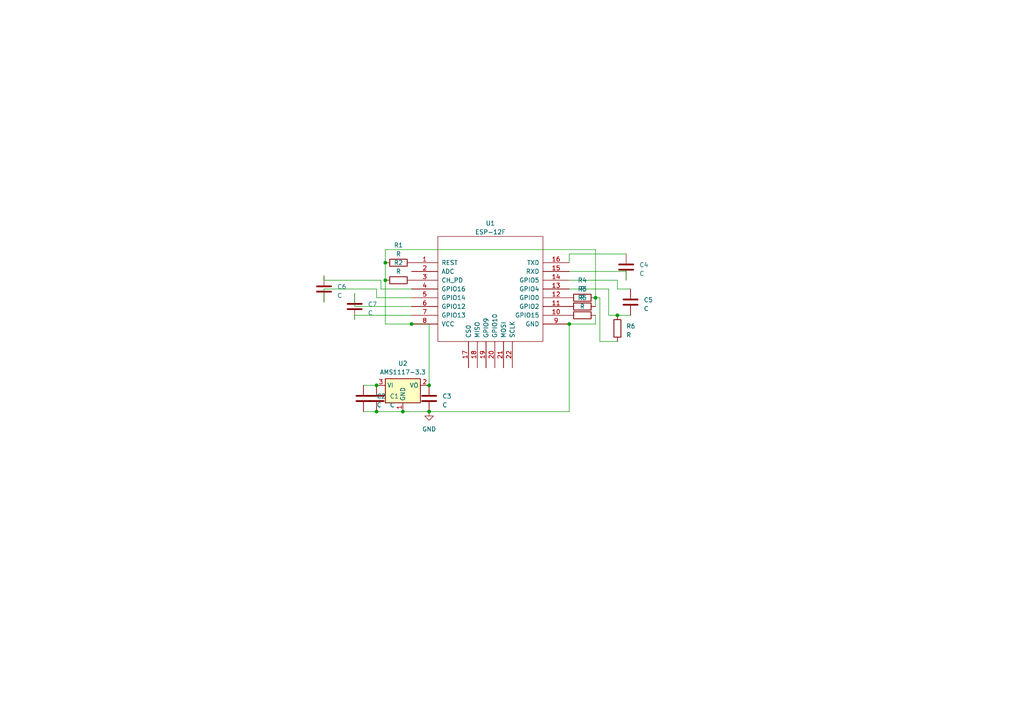
<source format=kicad_sch>
(kicad_sch (version 20230121) (generator eeschema)

  (uuid afb2d714-ead5-47c8-9ad6-1ac62c05b1c8)

  (paper "A4")

  (lib_symbols
    (symbol "Device:C" (pin_numbers hide) (pin_names (offset 0.254)) (in_bom yes) (on_board yes)
      (property "Reference" "C" (at 0.635 2.54 0)
        (effects (font (size 1.27 1.27)) (justify left))
      )
      (property "Value" "C" (at 0.635 -2.54 0)
        (effects (font (size 1.27 1.27)) (justify left))
      )
      (property "Footprint" "" (at 0.9652 -3.81 0)
        (effects (font (size 1.27 1.27)) hide)
      )
      (property "Datasheet" "~" (at 0 0 0)
        (effects (font (size 1.27 1.27)) hide)
      )
      (property "ki_keywords" "cap capacitor" (at 0 0 0)
        (effects (font (size 1.27 1.27)) hide)
      )
      (property "ki_description" "Unpolarized capacitor" (at 0 0 0)
        (effects (font (size 1.27 1.27)) hide)
      )
      (property "ki_fp_filters" "C_*" (at 0 0 0)
        (effects (font (size 1.27 1.27)) hide)
      )
      (symbol "C_0_1"
        (polyline
          (pts
            (xy -2.032 -0.762)
            (xy 2.032 -0.762)
          )
          (stroke (width 0.508) (type default))
          (fill (type none))
        )
        (polyline
          (pts
            (xy -2.032 0.762)
            (xy 2.032 0.762)
          )
          (stroke (width 0.508) (type default))
          (fill (type none))
        )
      )
      (symbol "C_1_1"
        (pin passive line (at 0 3.81 270) (length 2.794)
          (name "~" (effects (font (size 1.27 1.27))))
          (number "1" (effects (font (size 1.27 1.27))))
        )
        (pin passive line (at 0 -3.81 90) (length 2.794)
          (name "~" (effects (font (size 1.27 1.27))))
          (number "2" (effects (font (size 1.27 1.27))))
        )
      )
    )
    (symbol "Device:R" (pin_numbers hide) (pin_names (offset 0)) (in_bom yes) (on_board yes)
      (property "Reference" "R" (at 2.032 0 90)
        (effects (font (size 1.27 1.27)))
      )
      (property "Value" "R" (at 0 0 90)
        (effects (font (size 1.27 1.27)))
      )
      (property "Footprint" "" (at -1.778 0 90)
        (effects (font (size 1.27 1.27)) hide)
      )
      (property "Datasheet" "~" (at 0 0 0)
        (effects (font (size 1.27 1.27)) hide)
      )
      (property "ki_keywords" "R res resistor" (at 0 0 0)
        (effects (font (size 1.27 1.27)) hide)
      )
      (property "ki_description" "Resistor" (at 0 0 0)
        (effects (font (size 1.27 1.27)) hide)
      )
      (property "ki_fp_filters" "R_*" (at 0 0 0)
        (effects (font (size 1.27 1.27)) hide)
      )
      (symbol "R_0_1"
        (rectangle (start -1.016 -2.54) (end 1.016 2.54)
          (stroke (width 0.254) (type default))
          (fill (type none))
        )
      )
      (symbol "R_1_1"
        (pin passive line (at 0 3.81 270) (length 1.27)
          (name "~" (effects (font (size 1.27 1.27))))
          (number "1" (effects (font (size 1.27 1.27))))
        )
        (pin passive line (at 0 -3.81 90) (length 1.27)
          (name "~" (effects (font (size 1.27 1.27))))
          (number "2" (effects (font (size 1.27 1.27))))
        )
      )
    )
    (symbol "ESP8266:ESP-12F" (pin_names (offset 1.016)) (in_bom yes) (on_board yes)
      (property "Reference" "U" (at 0 -2.54 0)
        (effects (font (size 1.27 1.27)))
      )
      (property "Value" "ESP-12F" (at 0 2.54 0)
        (effects (font (size 1.27 1.27)))
      )
      (property "Footprint" "" (at 0 0 0)
        (effects (font (size 1.27 1.27)) hide)
      )
      (property "Datasheet" "http://l0l.org.uk/2014/12/esp8266-modules-hardware-guide-gotta-catch-em-all/" (at 0 0 0)
        (effects (font (size 1.27 1.27)) hide)
      )
      (property "ki_keywords" "MODULE ESP8266 ESP-8266" (at 0 0 0)
        (effects (font (size 1.27 1.27)) hide)
      )
      (property "ki_description" "ESP8266 ESP-12E module, 22 pins, 2mm, PCB antenna" (at 0 0 0)
        (effects (font (size 1.27 1.27)) hide)
      )
      (property "ki_fp_filters" "ESP-12E ESP-12E_SMD" (at 0 0 0)
        (effects (font (size 1.27 1.27)) hide)
      )
      (symbol "ESP-12F_1_0"
        (rectangle (start -15.24 -15.24) (end 15.24 15.24)
          (stroke (width 0) (type solid))
          (fill (type none))
        )
      )
      (symbol "ESP-12F_1_1"
        (pin input line (at -22.86 7.62 0) (length 7.62)
          (name "REST" (effects (font (size 1.27 1.27))))
          (number "1" (effects (font (size 1.27 1.27))))
        )
        (pin bidirectional line (at 22.86 -7.62 180) (length 7.62)
          (name "GPIO15" (effects (font (size 1.27 1.27))))
          (number "10" (effects (font (size 1.27 1.27))))
        )
        (pin bidirectional line (at 22.86 -5.08 180) (length 7.62)
          (name "GPIO2" (effects (font (size 1.27 1.27))))
          (number "11" (effects (font (size 1.27 1.27))))
        )
        (pin bidirectional line (at 22.86 -2.54 180) (length 7.62)
          (name "GPIO0" (effects (font (size 1.27 1.27))))
          (number "12" (effects (font (size 1.27 1.27))))
        )
        (pin bidirectional line (at 22.86 0 180) (length 7.62)
          (name "GPIO4" (effects (font (size 1.27 1.27))))
          (number "13" (effects (font (size 1.27 1.27))))
        )
        (pin bidirectional line (at 22.86 2.54 180) (length 7.62)
          (name "GPIO5" (effects (font (size 1.27 1.27))))
          (number "14" (effects (font (size 1.27 1.27))))
        )
        (pin input line (at 22.86 5.08 180) (length 7.62)
          (name "RXD" (effects (font (size 1.27 1.27))))
          (number "15" (effects (font (size 1.27 1.27))))
        )
        (pin output line (at 22.86 7.62 180) (length 7.62)
          (name "TXD" (effects (font (size 1.27 1.27))))
          (number "16" (effects (font (size 1.27 1.27))))
        )
        (pin bidirectional line (at -6.35 -22.86 90) (length 7.62)
          (name "CS0" (effects (font (size 1.27 1.27))))
          (number "17" (effects (font (size 1.27 1.27))))
        )
        (pin bidirectional line (at -3.81 -22.86 90) (length 7.62)
          (name "MISO" (effects (font (size 1.27 1.27))))
          (number "18" (effects (font (size 1.27 1.27))))
        )
        (pin bidirectional line (at -1.27 -22.86 90) (length 7.62)
          (name "GPIO9" (effects (font (size 1.27 1.27))))
          (number "19" (effects (font (size 1.27 1.27))))
        )
        (pin passive line (at -22.86 5.08 0) (length 7.62)
          (name "ADC" (effects (font (size 1.27 1.27))))
          (number "2" (effects (font (size 1.27 1.27))))
        )
        (pin bidirectional line (at 1.27 -22.86 90) (length 7.62)
          (name "GPIO10" (effects (font (size 1.27 1.27))))
          (number "20" (effects (font (size 1.27 1.27))))
        )
        (pin bidirectional line (at 3.81 -22.86 90) (length 7.62)
          (name "MOSI" (effects (font (size 1.27 1.27))))
          (number "21" (effects (font (size 1.27 1.27))))
        )
        (pin bidirectional line (at 6.35 -22.86 90) (length 7.62)
          (name "SCLK" (effects (font (size 1.27 1.27))))
          (number "22" (effects (font (size 1.27 1.27))))
        )
        (pin input line (at -22.86 2.54 0) (length 7.62)
          (name "CH_PD" (effects (font (size 1.27 1.27))))
          (number "3" (effects (font (size 1.27 1.27))))
        )
        (pin bidirectional line (at -22.86 0 0) (length 7.62)
          (name "GPIO16" (effects (font (size 1.27 1.27))))
          (number "4" (effects (font (size 1.27 1.27))))
        )
        (pin bidirectional line (at -22.86 -2.54 0) (length 7.62)
          (name "GPIO14" (effects (font (size 1.27 1.27))))
          (number "5" (effects (font (size 1.27 1.27))))
        )
        (pin bidirectional line (at -22.86 -5.08 0) (length 7.62)
          (name "GPIO12" (effects (font (size 1.27 1.27))))
          (number "6" (effects (font (size 1.27 1.27))))
        )
        (pin bidirectional line (at -22.86 -7.62 0) (length 7.62)
          (name "GPIO13" (effects (font (size 1.27 1.27))))
          (number "7" (effects (font (size 1.27 1.27))))
        )
        (pin power_in line (at -22.86 -10.16 0) (length 7.62)
          (name "VCC" (effects (font (size 1.27 1.27))))
          (number "8" (effects (font (size 1.27 1.27))))
        )
        (pin power_in line (at 22.86 -10.16 180) (length 7.62)
          (name "GND" (effects (font (size 1.27 1.27))))
          (number "9" (effects (font (size 1.27 1.27))))
        )
      )
    )
    (symbol "Regulator_Linear:AMS1117-3.3" (in_bom yes) (on_board yes)
      (property "Reference" "U" (at -3.81 3.175 0)
        (effects (font (size 1.27 1.27)))
      )
      (property "Value" "AMS1117-3.3" (at 0 3.175 0)
        (effects (font (size 1.27 1.27)) (justify left))
      )
      (property "Footprint" "Package_TO_SOT_SMD:SOT-223-3_TabPin2" (at 0 5.08 0)
        (effects (font (size 1.27 1.27)) hide)
      )
      (property "Datasheet" "http://www.advanced-monolithic.com/pdf/ds1117.pdf" (at 2.54 -6.35 0)
        (effects (font (size 1.27 1.27)) hide)
      )
      (property "ki_keywords" "linear regulator ldo fixed positive" (at 0 0 0)
        (effects (font (size 1.27 1.27)) hide)
      )
      (property "ki_description" "1A Low Dropout regulator, positive, 3.3V fixed output, SOT-223" (at 0 0 0)
        (effects (font (size 1.27 1.27)) hide)
      )
      (property "ki_fp_filters" "SOT?223*TabPin2*" (at 0 0 0)
        (effects (font (size 1.27 1.27)) hide)
      )
      (symbol "AMS1117-3.3_0_1"
        (rectangle (start -5.08 -5.08) (end 5.08 1.905)
          (stroke (width 0.254) (type default))
          (fill (type background))
        )
      )
      (symbol "AMS1117-3.3_1_1"
        (pin power_in line (at 0 -7.62 90) (length 2.54)
          (name "GND" (effects (font (size 1.27 1.27))))
          (number "1" (effects (font (size 1.27 1.27))))
        )
        (pin power_out line (at 7.62 0 180) (length 2.54)
          (name "VO" (effects (font (size 1.27 1.27))))
          (number "2" (effects (font (size 1.27 1.27))))
        )
        (pin power_in line (at -7.62 0 0) (length 2.54)
          (name "VI" (effects (font (size 1.27 1.27))))
          (number "3" (effects (font (size 1.27 1.27))))
        )
      )
    )
    (symbol "power:GND" (power) (pin_names (offset 0)) (in_bom yes) (on_board yes)
      (property "Reference" "#PWR" (at 0 -6.35 0)
        (effects (font (size 1.27 1.27)) hide)
      )
      (property "Value" "GND" (at 0 -3.81 0)
        (effects (font (size 1.27 1.27)))
      )
      (property "Footprint" "" (at 0 0 0)
        (effects (font (size 1.27 1.27)) hide)
      )
      (property "Datasheet" "" (at 0 0 0)
        (effects (font (size 1.27 1.27)) hide)
      )
      (property "ki_keywords" "global power" (at 0 0 0)
        (effects (font (size 1.27 1.27)) hide)
      )
      (property "ki_description" "Power symbol creates a global label with name \"GND\" , ground" (at 0 0 0)
        (effects (font (size 1.27 1.27)) hide)
      )
      (symbol "GND_0_1"
        (polyline
          (pts
            (xy 0 0)
            (xy 0 -1.27)
            (xy 1.27 -1.27)
            (xy 0 -2.54)
            (xy -1.27 -1.27)
            (xy 0 -1.27)
          )
          (stroke (width 0) (type default))
          (fill (type none))
        )
      )
      (symbol "GND_1_1"
        (pin power_in line (at 0 0 270) (length 0) hide
          (name "GND" (effects (font (size 1.27 1.27))))
          (number "1" (effects (font (size 1.27 1.27))))
        )
      )
    )
  )

  (junction (at 111.76 81.28) (diameter 0) (color 0 0 0 0)
    (uuid 01f4ca96-ffae-401c-b5b8-e40899660a3a)
  )
  (junction (at 179.07 91.44) (diameter 0) (color 0 0 0 0)
    (uuid 0769d7ad-2f1e-4f7d-aee4-3169b1027ac6)
  )
  (junction (at 124.46 119.38) (diameter 0) (color 0 0 0 0)
    (uuid 2fa3a7d9-66cb-4f07-83b0-6b7a35355b9f)
  )
  (junction (at 165.1 93.98) (diameter 0) (color 0 0 0 0)
    (uuid 3088bcf8-d234-48d3-abbf-97081952d49a)
  )
  (junction (at 111.76 76.2) (diameter 0) (color 0 0 0 0)
    (uuid 35a2caed-017e-4137-bb5b-64ea0e2cbc3b)
  )
  (junction (at 124.46 111.76) (diameter 0) (color 0 0 0 0)
    (uuid 7c6c969e-fd8e-4901-88e7-74328d434ec2)
  )
  (junction (at 172.72 86.36) (diameter 0) (color 0 0 0 0)
    (uuid aefb44db-9a0d-44d6-bf42-e55853e41e9e)
  )
  (junction (at 109.22 111.76) (diameter 0) (color 0 0 0 0)
    (uuid de71b30e-c734-44c8-89d0-e977fe015ff8)
  )
  (junction (at 116.84 119.38) (diameter 0) (color 0 0 0 0)
    (uuid df3f040b-c128-4519-abb3-5e3526939e83)
  )
  (junction (at 109.22 119.38) (diameter 0) (color 0 0 0 0)
    (uuid fb5fcf01-3841-42ac-9779-080d311c7f70)
  )
  (junction (at 119.38 93.98) (diameter 0) (color 0 0 0 0)
    (uuid fd77d3ba-2677-44e1-b8dd-9723cfd791f9)
  )

  (wire (pts (xy 111.76 72.39) (xy 111.76 76.2))
    (stroke (width 0) (type default))
    (uuid 008cb97f-f553-4561-a2df-1c3aadcb9c00)
  )
  (wire (pts (xy 119.38 83.82) (xy 110.49 83.82))
    (stroke (width 0) (type default))
    (uuid 053d698a-5744-4303-8e62-8af056ed23d4)
  )
  (wire (pts (xy 179.07 91.44) (xy 176.53 91.44))
    (stroke (width 0) (type default))
    (uuid 25ae6ebd-ae4d-488a-a04e-4e0156d55a9b)
  )
  (wire (pts (xy 181.61 78.74) (xy 181.61 81.28))
    (stroke (width 0) (type default))
    (uuid 272daa2a-3f3e-4db1-8907-d358c9e53ca8)
  )
  (wire (pts (xy 110.49 83.82) (xy 110.49 81.28))
    (stroke (width 0) (type default))
    (uuid 2acd33dd-dea3-405c-8428-62f38c93ecd9)
  )
  (wire (pts (xy 119.38 93.98) (xy 111.76 93.98))
    (stroke (width 0) (type default))
    (uuid 2d6a2d62-5f28-42a1-ad59-002031249bb5)
  )
  (wire (pts (xy 111.76 76.2) (xy 111.76 81.28))
    (stroke (width 0) (type default))
    (uuid 2e7cadaf-278e-470b-b93d-5721887c0be9)
  )
  (wire (pts (xy 124.46 111.76) (xy 124.46 93.98))
    (stroke (width 0) (type default))
    (uuid 3dfe3b4a-0425-4a41-b071-dbffeace6175)
  )
  (wire (pts (xy 172.72 91.44) (xy 172.72 93.98))
    (stroke (width 0) (type default))
    (uuid 4a05aefb-386c-4f85-bc4c-8831ddb4b8e9)
  )
  (wire (pts (xy 179.07 83.82) (xy 179.07 81.28))
    (stroke (width 0) (type default))
    (uuid 4c67b9f8-ef60-4c74-be98-27396f582050)
  )
  (wire (pts (xy 109.22 83.82) (xy 93.98 83.82))
    (stroke (width 0) (type default))
    (uuid 527f8155-a21a-479c-a061-1a051b2da19e)
  )
  (wire (pts (xy 119.38 86.36) (xy 109.22 86.36))
    (stroke (width 0) (type default))
    (uuid 538b03ba-72dc-45cd-8156-521faddd54e3)
  )
  (wire (pts (xy 102.87 91.44) (xy 102.87 92.71))
    (stroke (width 0) (type default))
    (uuid 56e7d98a-9b2a-4193-b209-aaad45828b52)
  )
  (wire (pts (xy 181.61 73.66) (xy 165.1 73.66))
    (stroke (width 0) (type default))
    (uuid 63398a9c-16bc-41c0-ab8a-7afecffb974c)
  )
  (wire (pts (xy 176.53 91.44) (xy 176.53 83.82))
    (stroke (width 0) (type default))
    (uuid 66c41c58-3bdd-4b69-ae7e-bdc48a3a1383)
  )
  (wire (pts (xy 119.38 91.44) (xy 102.87 91.44))
    (stroke (width 0) (type default))
    (uuid 6719b74b-b1d1-486b-957c-6bf6856bbb39)
  )
  (wire (pts (xy 124.46 93.98) (xy 119.38 93.98))
    (stroke (width 0) (type default))
    (uuid 685ca97a-fe11-4171-af56-baa40ea1ffca)
  )
  (wire (pts (xy 165.1 93.98) (xy 165.1 119.38))
    (stroke (width 0) (type default))
    (uuid 697ceb80-1aef-4471-b4ea-dd4ace593a30)
  )
  (wire (pts (xy 172.72 86.36) (xy 172.72 88.9))
    (stroke (width 0) (type default))
    (uuid 69c9fb33-e866-4c1e-a0b7-c2a51145e429)
  )
  (wire (pts (xy 119.38 88.9) (xy 102.87 88.9))
    (stroke (width 0) (type default))
    (uuid 6b661e79-9cbc-46d9-8593-2a7e105bae28)
  )
  (wire (pts (xy 109.22 86.36) (xy 109.22 83.82))
    (stroke (width 0) (type default))
    (uuid 71bd6484-e231-4d7d-acd7-f39a18cf7817)
  )
  (wire (pts (xy 176.53 83.82) (xy 165.1 83.82))
    (stroke (width 0) (type default))
    (uuid 78cfffaf-64ac-4f97-81a4-ca7d36459864)
  )
  (wire (pts (xy 105.41 111.76) (xy 109.22 111.76))
    (stroke (width 0) (type default))
    (uuid 7f613a9b-fecf-4ec6-9dd8-33e527f26e38)
  )
  (wire (pts (xy 93.98 81.28) (xy 93.98 80.01))
    (stroke (width 0) (type default))
    (uuid 7fc35bbc-a63d-4ff3-9ad4-15cbec8176fe)
  )
  (wire (pts (xy 179.07 99.06) (xy 173.99 99.06))
    (stroke (width 0) (type default))
    (uuid 85dbfc06-2068-45f5-b8bf-17e54a4037b3)
  )
  (wire (pts (xy 102.87 88.9) (xy 102.87 85.09))
    (stroke (width 0) (type default))
    (uuid 8f02c50b-e9a9-4f71-b80b-522e7cb93186)
  )
  (wire (pts (xy 182.88 83.82) (xy 179.07 83.82))
    (stroke (width 0) (type default))
    (uuid 8fafd4ed-8674-4473-8622-3158783af944)
  )
  (wire (pts (xy 105.41 119.38) (xy 109.22 119.38))
    (stroke (width 0) (type default))
    (uuid 94171db6-8f90-4303-842b-17c29e0483a3)
  )
  (wire (pts (xy 93.98 83.82) (xy 93.98 87.63))
    (stroke (width 0) (type default))
    (uuid 955f1212-aa85-4958-b64b-e43573811025)
  )
  (wire (pts (xy 111.76 93.98) (xy 111.76 81.28))
    (stroke (width 0) (type default))
    (uuid b193e476-4ea3-4e34-bb4d-4b8c0ad29b2a)
  )
  (wire (pts (xy 173.99 86.36) (xy 172.72 86.36))
    (stroke (width 0) (type default))
    (uuid b3566b3d-7ff2-4746-8dab-454185e38fcb)
  )
  (wire (pts (xy 109.22 119.38) (xy 116.84 119.38))
    (stroke (width 0) (type default))
    (uuid b4871734-3fb7-476b-ae89-add53b6c52f3)
  )
  (wire (pts (xy 182.88 91.44) (xy 179.07 91.44))
    (stroke (width 0) (type default))
    (uuid b818b504-7214-481d-96c3-b981b1295c6e)
  )
  (wire (pts (xy 165.1 78.74) (xy 181.61 78.74))
    (stroke (width 0) (type default))
    (uuid bb869443-1b51-4b75-9ebe-b4206032638f)
  )
  (wire (pts (xy 172.72 72.39) (xy 111.76 72.39))
    (stroke (width 0) (type default))
    (uuid c6030321-b6e5-487e-a7c5-2432a2118627)
  )
  (wire (pts (xy 172.72 86.36) (xy 172.72 72.39))
    (stroke (width 0) (type default))
    (uuid cc753fea-9ce7-495e-a86b-aa1b2de305da)
  )
  (wire (pts (xy 179.07 81.28) (xy 165.1 81.28))
    (stroke (width 0) (type default))
    (uuid d96317f6-0f62-4143-9a68-cf6108a8fefd)
  )
  (wire (pts (xy 165.1 119.38) (xy 124.46 119.38))
    (stroke (width 0) (type default))
    (uuid dc0ac09e-b68d-428d-ad72-7d569ad4aaa7)
  )
  (wire (pts (xy 165.1 73.66) (xy 165.1 76.2))
    (stroke (width 0) (type default))
    (uuid e2dba425-7dd4-4364-b29f-610cecab6c05)
  )
  (wire (pts (xy 172.72 93.98) (xy 165.1 93.98))
    (stroke (width 0) (type default))
    (uuid e3019461-d71d-48ad-971c-06f5606a2027)
  )
  (wire (pts (xy 110.49 81.28) (xy 93.98 81.28))
    (stroke (width 0) (type default))
    (uuid ebe42d95-1806-4196-829b-e3d19bf1d77b)
  )
  (wire (pts (xy 124.46 119.38) (xy 116.84 119.38))
    (stroke (width 0) (type default))
    (uuid ee8054c1-b740-429d-83ab-19376f8601f1)
  )
  (wire (pts (xy 173.99 99.06) (xy 173.99 86.36))
    (stroke (width 0) (type default))
    (uuid fbc2564f-0539-4649-8a2d-8e92a3666c7d)
  )

  (symbol (lib_id "Device:C") (at 102.87 88.9 0) (unit 1)
    (in_bom yes) (on_board yes) (dnp no) (fields_autoplaced)
    (uuid 0634aec6-567a-459f-9483-16ea38be1441)
    (property "Reference" "C7" (at 106.68 88.265 0)
      (effects (font (size 1.27 1.27)) (justify left))
    )
    (property "Value" "C" (at 106.68 90.805 0)
      (effects (font (size 1.27 1.27)) (justify left))
    )
    (property "Footprint" "Capacitor_SMD:C_1206_3216Metric_Pad1.33x1.80mm_HandSolder" (at 103.8352 92.71 0)
      (effects (font (size 1.27 1.27)) hide)
    )
    (property "Datasheet" "~" (at 102.87 88.9 0)
      (effects (font (size 1.27 1.27)) hide)
    )
    (pin "1" (uuid 2696b966-48d5-4023-89ea-526b59400bf2))
    (pin "2" (uuid f24314a6-826a-4cc6-9bc4-300043e1ff8e))
    (instances
      (project "matt"
        (path "/afb2d714-ead5-47c8-9ad6-1ac62c05b1c8"
          (reference "C7") (unit 1)
        )
      )
    )
  )

  (symbol (lib_id "Device:C") (at 105.41 115.57 0) (unit 1)
    (in_bom yes) (on_board yes) (dnp no) (fields_autoplaced)
    (uuid 404e0923-45c8-4e1c-8674-0d004f407581)
    (property "Reference" "C2" (at 109.22 114.935 0)
      (effects (font (size 1.27 1.27)) (justify left))
    )
    (property "Value" "C" (at 109.22 117.475 0)
      (effects (font (size 1.27 1.27)) (justify left))
    )
    (property "Footprint" "Capacitor_SMD:C_1206_3216Metric_Pad1.33x1.80mm_HandSolder" (at 106.3752 119.38 0)
      (effects (font (size 1.27 1.27)) hide)
    )
    (property "Datasheet" "~" (at 105.41 115.57 0)
      (effects (font (size 1.27 1.27)) hide)
    )
    (pin "1" (uuid c10070e6-994c-4398-be61-0cf926af0fe5))
    (pin "2" (uuid 6c36c9cc-af68-4d85-a25b-f0d7017ebdad))
    (instances
      (project "matt"
        (path "/afb2d714-ead5-47c8-9ad6-1ac62c05b1c8"
          (reference "C2") (unit 1)
        )
      )
    )
  )

  (symbol (lib_id "ESP8266:ESP-12F") (at 142.24 83.82 0) (unit 1)
    (in_bom yes) (on_board yes) (dnp no) (fields_autoplaced)
    (uuid 5a243f77-52e3-44dd-8f02-b9aebfbe4f86)
    (property "Reference" "U1" (at 142.24 64.77 0)
      (effects (font (size 1.27 1.27)))
    )
    (property "Value" "ESP-12F" (at 142.24 67.31 0)
      (effects (font (size 1.27 1.27)))
    )
    (property "Footprint" "ESP8266:ESP-12E_SMD" (at 142.24 83.82 0)
      (effects (font (size 1.27 1.27)) hide)
    )
    (property "Datasheet" "http://l0l.org.uk/2014/12/esp8266-modules-hardware-guide-gotta-catch-em-all/" (at 142.24 83.82 0)
      (effects (font (size 1.27 1.27)) hide)
    )
    (pin "1" (uuid 8372f1c9-2bfc-4aa6-a9d5-a6ed478a2138))
    (pin "10" (uuid 611931c4-cb8d-4331-89f1-844f978542a9))
    (pin "11" (uuid 905fc8f6-2257-4112-855f-004e5075b990))
    (pin "12" (uuid bb17c2e9-9107-4f90-b770-56a825b84f43))
    (pin "13" (uuid 0c57cbee-d077-4a33-92ac-8bb577d3a0c0))
    (pin "14" (uuid a8dc3761-5e0a-49eb-975c-d2ea881e419c))
    (pin "15" (uuid fcd78249-0bcf-465e-b085-9d5274e840fe))
    (pin "16" (uuid 90826b94-5d1f-4b47-96da-48b768a91199))
    (pin "17" (uuid 54153fe7-a6e7-4a2a-9bb2-09018a250f0f))
    (pin "18" (uuid 331fd515-57b1-4e1a-a6d9-c40e54a45b51))
    (pin "19" (uuid e08c6859-73d6-43b2-881c-dd9bb8de30ae))
    (pin "2" (uuid 7071a925-4bf5-4ddf-bfd3-5d1d56674e61))
    (pin "20" (uuid a7805b07-1508-4fd9-89b8-2aa5e57286f1))
    (pin "21" (uuid 4eba7a1e-50bb-4315-a7b0-024b217b31d5))
    (pin "22" (uuid 24a03124-37bd-4602-8506-33b520a36c91))
    (pin "3" (uuid 1f859727-8ae5-49da-8fc5-dd2460e6d7ef))
    (pin "4" (uuid 6e606bba-9e23-4a9e-b3fc-64a80f1791b4))
    (pin "5" (uuid 06f4648b-55c8-4d7b-9da6-9717e39ca2ce))
    (pin "6" (uuid 0e438a9d-c0f8-4e78-97d2-1d86eec9295a))
    (pin "7" (uuid 8e1e68e2-4057-413c-9b93-2dbd5cdd3f4b))
    (pin "8" (uuid f775df3a-d3fb-4cd2-a227-cb87f2801789))
    (pin "9" (uuid 33e12390-4a71-4036-a6cd-e8d1f31082f9))
    (instances
      (project "matt"
        (path "/afb2d714-ead5-47c8-9ad6-1ac62c05b1c8"
          (reference "U1") (unit 1)
        )
      )
    )
  )

  (symbol (lib_id "Device:C") (at 93.98 83.82 0) (unit 1)
    (in_bom yes) (on_board yes) (dnp no) (fields_autoplaced)
    (uuid 74614d33-f8a7-40ec-a7d7-efb2e821023f)
    (property "Reference" "C6" (at 97.79 83.185 0)
      (effects (font (size 1.27 1.27)) (justify left))
    )
    (property "Value" "C" (at 97.79 85.725 0)
      (effects (font (size 1.27 1.27)) (justify left))
    )
    (property "Footprint" "Capacitor_SMD:C_1206_3216Metric_Pad1.33x1.80mm_HandSolder" (at 94.9452 87.63 0)
      (effects (font (size 1.27 1.27)) hide)
    )
    (property "Datasheet" "~" (at 93.98 83.82 0)
      (effects (font (size 1.27 1.27)) hide)
    )
    (pin "1" (uuid 437e9b42-7b2b-4f4e-b26e-4b5a7d62bd8e))
    (pin "2" (uuid d184ae6f-2e84-465f-b0c2-7a40498d2c52))
    (instances
      (project "matt"
        (path "/afb2d714-ead5-47c8-9ad6-1ac62c05b1c8"
          (reference "C6") (unit 1)
        )
      )
    )
  )

  (symbol (lib_id "Device:R") (at 168.91 88.9 90) (unit 1)
    (in_bom yes) (on_board yes) (dnp no) (fields_autoplaced)
    (uuid 7d309ed5-c0c0-4f5d-b44a-ceb6452da7df)
    (property "Reference" "R3" (at 168.91 83.82 90)
      (effects (font (size 1.27 1.27)))
    )
    (property "Value" "R" (at 168.91 86.36 90)
      (effects (font (size 1.27 1.27)))
    )
    (property "Footprint" "Resistor_SMD:R_0805_2012Metric_Pad1.20x1.40mm_HandSolder" (at 168.91 90.678 90)
      (effects (font (size 1.27 1.27)) hide)
    )
    (property "Datasheet" "~" (at 168.91 88.9 0)
      (effects (font (size 1.27 1.27)) hide)
    )
    (pin "1" (uuid 1d10159c-955f-41fe-a762-30978c86f5a3))
    (pin "2" (uuid 2f144dc2-eb21-4e51-9874-417b0777c384))
    (instances
      (project "matt"
        (path "/afb2d714-ead5-47c8-9ad6-1ac62c05b1c8"
          (reference "R3") (unit 1)
        )
      )
    )
  )

  (symbol (lib_id "Regulator_Linear:AMS1117-3.3") (at 116.84 111.76 0) (unit 1)
    (in_bom yes) (on_board yes) (dnp no) (fields_autoplaced)
    (uuid 7f7f78b0-7ea3-4392-a72b-f5b42a0c2682)
    (property "Reference" "U2" (at 116.84 105.41 0)
      (effects (font (size 1.27 1.27)))
    )
    (property "Value" "AMS1117-3.3" (at 116.84 107.95 0)
      (effects (font (size 1.27 1.27)))
    )
    (property "Footprint" "Package_TO_SOT_SMD:SOT-223-3_TabPin2" (at 116.84 106.68 0)
      (effects (font (size 1.27 1.27)) hide)
    )
    (property "Datasheet" "http://www.advanced-monolithic.com/pdf/ds1117.pdf" (at 119.38 118.11 0)
      (effects (font (size 1.27 1.27)) hide)
    )
    (pin "1" (uuid 8da9e976-4f58-4b83-9019-67beef42b82f))
    (pin "2" (uuid 39430f67-7ee1-46b8-bc3e-741ea904c5fb))
    (pin "3" (uuid cf90ae93-6496-4160-b360-3eab5cf1ad1e))
    (instances
      (project "matt"
        (path "/afb2d714-ead5-47c8-9ad6-1ac62c05b1c8"
          (reference "U2") (unit 1)
        )
      )
    )
  )

  (symbol (lib_id "Device:R") (at 179.07 95.25 180) (unit 1)
    (in_bom yes) (on_board yes) (dnp no) (fields_autoplaced)
    (uuid 8276028c-e0c2-49b2-9ebb-6a96614d372f)
    (property "Reference" "R6" (at 181.61 94.615 0)
      (effects (font (size 1.27 1.27)) (justify right))
    )
    (property "Value" "R" (at 181.61 97.155 0)
      (effects (font (size 1.27 1.27)) (justify right))
    )
    (property "Footprint" "Resistor_SMD:R_0805_2012Metric_Pad1.20x1.40mm_HandSolder" (at 180.848 95.25 90)
      (effects (font (size 1.27 1.27)) hide)
    )
    (property "Datasheet" "~" (at 179.07 95.25 0)
      (effects (font (size 1.27 1.27)) hide)
    )
    (pin "1" (uuid 8269c238-bf46-4b85-a8a0-55691d57b65a))
    (pin "2" (uuid 2879cb9f-b860-41fa-9758-acc50d8b60fb))
    (instances
      (project "matt"
        (path "/afb2d714-ead5-47c8-9ad6-1ac62c05b1c8"
          (reference "R6") (unit 1)
        )
      )
    )
  )

  (symbol (lib_id "Device:C") (at 109.22 115.57 0) (unit 1)
    (in_bom yes) (on_board yes) (dnp no) (fields_autoplaced)
    (uuid aed41565-e888-47c3-a3ff-ddf7190c0118)
    (property "Reference" "C1" (at 113.03 114.935 0)
      (effects (font (size 1.27 1.27)) (justify left))
    )
    (property "Value" "C" (at 113.03 117.475 0)
      (effects (font (size 1.27 1.27)) (justify left))
    )
    (property "Footprint" "Capacitor_SMD:C_1206_3216Metric_Pad1.33x1.80mm_HandSolder" (at 110.1852 119.38 0)
      (effects (font (size 1.27 1.27)) hide)
    )
    (property "Datasheet" "~" (at 109.22 115.57 0)
      (effects (font (size 1.27 1.27)) hide)
    )
    (pin "1" (uuid fb79a4df-23f9-483a-ba3a-48bf31f70575))
    (pin "2" (uuid 57ba31b2-d180-4e5b-b3d3-c8d66cba6dec))
    (instances
      (project "matt"
        (path "/afb2d714-ead5-47c8-9ad6-1ac62c05b1c8"
          (reference "C1") (unit 1)
        )
      )
    )
  )

  (symbol (lib_id "Device:R") (at 168.91 86.36 90) (unit 1)
    (in_bom yes) (on_board yes) (dnp no) (fields_autoplaced)
    (uuid b516ca90-9036-494b-88b5-aa4a0d9b3051)
    (property "Reference" "R4" (at 168.91 81.28 90)
      (effects (font (size 1.27 1.27)))
    )
    (property "Value" "R" (at 168.91 83.82 90)
      (effects (font (size 1.27 1.27)))
    )
    (property "Footprint" "Resistor_SMD:R_0805_2012Metric_Pad1.20x1.40mm_HandSolder" (at 168.91 88.138 90)
      (effects (font (size 1.27 1.27)) hide)
    )
    (property "Datasheet" "~" (at 168.91 86.36 0)
      (effects (font (size 1.27 1.27)) hide)
    )
    (pin "1" (uuid 8f2fed29-1cdc-4880-b4d5-aafb2c806b4b))
    (pin "2" (uuid f7fcfd02-ffa3-44cf-b7d5-cad58a0e44b6))
    (instances
      (project "matt"
        (path "/afb2d714-ead5-47c8-9ad6-1ac62c05b1c8"
          (reference "R4") (unit 1)
        )
      )
    )
  )

  (symbol (lib_id "power:GND") (at 124.46 119.38 0) (unit 1)
    (in_bom yes) (on_board yes) (dnp no) (fields_autoplaced)
    (uuid b9ac8e0f-0573-48bf-82e9-3c4e0abca744)
    (property "Reference" "#PWR01" (at 124.46 125.73 0)
      (effects (font (size 1.27 1.27)) hide)
    )
    (property "Value" "GND" (at 124.46 124.46 0)
      (effects (font (size 1.27 1.27)))
    )
    (property "Footprint" "" (at 124.46 119.38 0)
      (effects (font (size 1.27 1.27)) hide)
    )
    (property "Datasheet" "" (at 124.46 119.38 0)
      (effects (font (size 1.27 1.27)) hide)
    )
    (pin "1" (uuid a43c3c72-ab47-41d1-a9d3-9c565854530b))
    (instances
      (project "matt"
        (path "/afb2d714-ead5-47c8-9ad6-1ac62c05b1c8"
          (reference "#PWR01") (unit 1)
        )
      )
    )
  )

  (symbol (lib_id "Device:R") (at 168.91 91.44 90) (unit 1)
    (in_bom yes) (on_board yes) (dnp no) (fields_autoplaced)
    (uuid bb9f9387-de15-4730-8220-ef55c654dd66)
    (property "Reference" "R5" (at 168.91 86.36 90)
      (effects (font (size 1.27 1.27)))
    )
    (property "Value" "R" (at 168.91 88.9 90)
      (effects (font (size 1.27 1.27)))
    )
    (property "Footprint" "Resistor_SMD:R_0805_2012Metric_Pad1.20x1.40mm_HandSolder" (at 168.91 93.218 90)
      (effects (font (size 1.27 1.27)) hide)
    )
    (property "Datasheet" "~" (at 168.91 91.44 0)
      (effects (font (size 1.27 1.27)) hide)
    )
    (pin "1" (uuid 9d196e8c-3f48-460c-b370-771c572d5b4f))
    (pin "2" (uuid c6b8d721-3584-4c83-9c6e-87b902c7012d))
    (instances
      (project "matt"
        (path "/afb2d714-ead5-47c8-9ad6-1ac62c05b1c8"
          (reference "R5") (unit 1)
        )
      )
    )
  )

  (symbol (lib_id "Device:C") (at 181.61 77.47 0) (unit 1)
    (in_bom yes) (on_board yes) (dnp no) (fields_autoplaced)
    (uuid bec2e7c6-b82d-44f8-935e-41098860a4e8)
    (property "Reference" "C4" (at 185.42 76.835 0)
      (effects (font (size 1.27 1.27)) (justify left))
    )
    (property "Value" "C" (at 185.42 79.375 0)
      (effects (font (size 1.27 1.27)) (justify left))
    )
    (property "Footprint" "Capacitor_SMD:C_1206_3216Metric_Pad1.33x1.80mm_HandSolder" (at 182.5752 81.28 0)
      (effects (font (size 1.27 1.27)) hide)
    )
    (property "Datasheet" "~" (at 181.61 77.47 0)
      (effects (font (size 1.27 1.27)) hide)
    )
    (pin "1" (uuid 32f023e9-6833-4dbc-98f2-e25cc2edd2a4))
    (pin "2" (uuid 2babf945-00af-4b26-87e8-f8b6b77de8f1))
    (instances
      (project "matt"
        (path "/afb2d714-ead5-47c8-9ad6-1ac62c05b1c8"
          (reference "C4") (unit 1)
        )
      )
    )
  )

  (symbol (lib_id "Device:R") (at 115.57 81.28 90) (unit 1)
    (in_bom yes) (on_board yes) (dnp no) (fields_autoplaced)
    (uuid c22c8c74-92b4-40d8-b218-1fbb570145b2)
    (property "Reference" "R2" (at 115.57 76.2 90)
      (effects (font (size 1.27 1.27)))
    )
    (property "Value" "R" (at 115.57 78.74 90)
      (effects (font (size 1.27 1.27)))
    )
    (property "Footprint" "Resistor_SMD:R_0805_2012Metric_Pad1.20x1.40mm_HandSolder" (at 115.57 83.058 90)
      (effects (font (size 1.27 1.27)) hide)
    )
    (property "Datasheet" "~" (at 115.57 81.28 0)
      (effects (font (size 1.27 1.27)) hide)
    )
    (pin "1" (uuid 7bf80cbf-4c79-4150-8dc4-b7065bc854ec))
    (pin "2" (uuid c924f9cb-8bd5-4863-a247-20fb747f4d40))
    (instances
      (project "matt"
        (path "/afb2d714-ead5-47c8-9ad6-1ac62c05b1c8"
          (reference "R2") (unit 1)
        )
      )
    )
  )

  (symbol (lib_id "Device:C") (at 124.46 115.57 0) (unit 1)
    (in_bom yes) (on_board yes) (dnp no) (fields_autoplaced)
    (uuid ce2ea695-c340-4fd8-917c-640a4743140a)
    (property "Reference" "C3" (at 128.27 114.935 0)
      (effects (font (size 1.27 1.27)) (justify left))
    )
    (property "Value" "C" (at 128.27 117.475 0)
      (effects (font (size 1.27 1.27)) (justify left))
    )
    (property "Footprint" "Capacitor_SMD:C_1206_3216Metric_Pad1.33x1.80mm_HandSolder" (at 125.4252 119.38 0)
      (effects (font (size 1.27 1.27)) hide)
    )
    (property "Datasheet" "~" (at 124.46 115.57 0)
      (effects (font (size 1.27 1.27)) hide)
    )
    (pin "1" (uuid 2d053d51-930a-431d-9655-8221d4a44b7f))
    (pin "2" (uuid 008c0d7e-f2a8-49f2-9765-5c00e7fb8d10))
    (instances
      (project "matt"
        (path "/afb2d714-ead5-47c8-9ad6-1ac62c05b1c8"
          (reference "C3") (unit 1)
        )
      )
    )
  )

  (symbol (lib_id "Device:C") (at 182.88 87.63 0) (unit 1)
    (in_bom yes) (on_board yes) (dnp no) (fields_autoplaced)
    (uuid ef5bda83-b8d4-4829-be77-33a4ef70dd5e)
    (property "Reference" "C5" (at 186.69 86.995 0)
      (effects (font (size 1.27 1.27)) (justify left))
    )
    (property "Value" "C" (at 186.69 89.535 0)
      (effects (font (size 1.27 1.27)) (justify left))
    )
    (property "Footprint" "Capacitor_SMD:C_1206_3216Metric_Pad1.33x1.80mm_HandSolder" (at 183.8452 91.44 0)
      (effects (font (size 1.27 1.27)) hide)
    )
    (property "Datasheet" "~" (at 182.88 87.63 0)
      (effects (font (size 1.27 1.27)) hide)
    )
    (pin "1" (uuid 7eed677c-b58f-43d8-a584-5cf2f9e4c63a))
    (pin "2" (uuid 0c2657b3-9408-4638-bd3b-8f8bc1d2fd98))
    (instances
      (project "matt"
        (path "/afb2d714-ead5-47c8-9ad6-1ac62c05b1c8"
          (reference "C5") (unit 1)
        )
      )
    )
  )

  (symbol (lib_id "Device:R") (at 115.57 76.2 90) (unit 1)
    (in_bom yes) (on_board yes) (dnp no) (fields_autoplaced)
    (uuid f63d4bcd-b41e-4e88-a490-9939369980c0)
    (property "Reference" "R1" (at 115.57 71.12 90)
      (effects (font (size 1.27 1.27)))
    )
    (property "Value" "R" (at 115.57 73.66 90)
      (effects (font (size 1.27 1.27)))
    )
    (property "Footprint" "Resistor_SMD:R_0805_2012Metric_Pad1.20x1.40mm_HandSolder" (at 115.57 77.978 90)
      (effects (font (size 1.27 1.27)) hide)
    )
    (property "Datasheet" "~" (at 115.57 76.2 0)
      (effects (font (size 1.27 1.27)) hide)
    )
    (pin "1" (uuid 23e2ef54-988b-4136-974a-da770990cc29))
    (pin "2" (uuid 73978058-74fb-4aff-aa9f-227773a2b8e1))
    (instances
      (project "matt"
        (path "/afb2d714-ead5-47c8-9ad6-1ac62c05b1c8"
          (reference "R1") (unit 1)
        )
      )
    )
  )

  (sheet_instances
    (path "/" (page "1"))
  )
)

</source>
